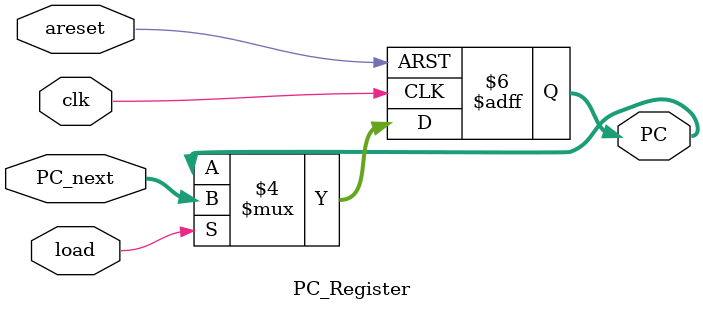
<source format=v>
module PC_Register (
    PC_next,areset,clk,load,PC
);
    input [31:0]PC_next;
    input areset,clk,load;
    output [31:0]PC;


    always @(posedge clk or negedge areset ) begin
        if (areset==0) begin
            PC<=0;
        end else begin
            if (load==1) begin
               PC<=PC_next;
            
            end
        end

    end
 


endmodule
</source>
